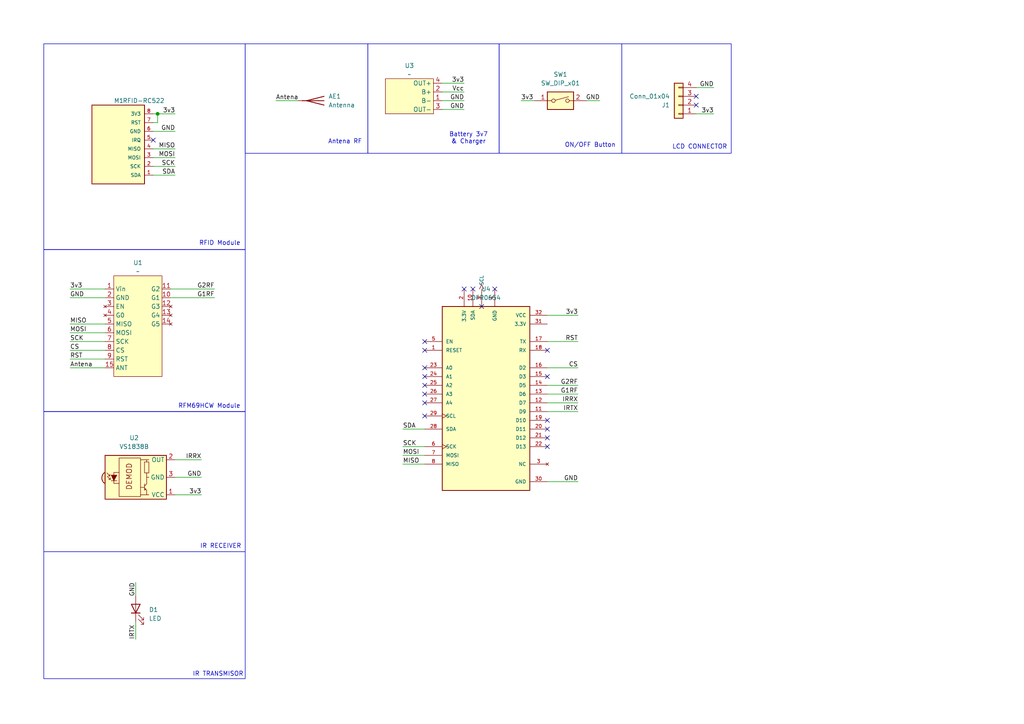
<source format=kicad_sch>
(kicad_sch (version 20231120) (generator "eeschema") (generator_version "8.0")
  (paper "A4")
  (title_block (title "TFG"))
  (lib_symbols
    (symbol "Connector_Generic:Conn_01x04" (pin_names (offset 1.016) hide)
      (property "Reference" "J" (at 0 5.08 0))
      (property "Value" "Conn_01x04" (at 0 -7.62 0))
      (symbol "Conn_01x04_1_1"
        (rectangle (start -1.27 -4.953) (end 0 -5.207) (stroke (width 0.1524)))
        (rectangle (start -1.27 -2.413) (end 0 -2.667) (stroke (width 0.1524)))
        (rectangle (start -1.27 0.127) (end 0 -0.127) (stroke (width 0.1524)))
        (rectangle (start -1.27 2.667) (end 0 2.413) (stroke (width 0.1524)))
        (rectangle (start -1.27 3.81) (end 1.27 -6.35) (stroke (width 0.254)) (fill (type background)))
        (pin passive line (at -5.08 2.54 0) (length 3.81) (name "Pin_1") (number "1"))
        (pin passive line (at -5.08 0 0) (length 3.81) (name "Pin_2") (number "2"))
        (pin passive line (at -5.08 -2.54 0) (length 3.81) (name "Pin_3") (number "3"))
        (pin passive line (at -5.08 -5.08 0) (length 3.81) (name "Pin_4") (number "4"))
      )
    )
    (symbol "Device:Antenna" (pin_numbers hide) (pin_names (offset 1.016) hide)
      (property "Reference" "AE" (at -1.905 1.905 0))
      (property "Value" "Antenna" (at -1.905 0 0))
      (symbol "Antenna_0_1"
        (polyline (pts (xy 0 2.54) (xy 0 -3.81)) (stroke (width 0.254)))
        (polyline (pts (xy 1.27 2.54) (xy 0 -2.54) (xy -1.27 2.54)) (stroke (width 0.254)))
      )
      (symbol "Antenna_1_1"
        (pin input line (at 0 -5.08 90) (length 2.54) (name "A") (number "1"))
      )
    )
    (symbol "Device:LED" (pin_numbers hide) (pin_names (offset 1.016) hide)
      (property "Reference" "D" (at 0 2.54 0))
      (property "Value" "LED" (at 0 -2.54 0))
      (symbol "LED_0_1"
        (polyline (pts (xy -1.27 -1.27) (xy -1.27 1.27)) (stroke (width 0.254)))
        (polyline (pts (xy -1.27 0) (xy 1.27 0)))
        (polyline (pts (xy 1.27 -1.27) (xy 1.27 1.27) (xy -1.27 0) (xy 1.27 -1.27)) (stroke (width 0.254)))
        (polyline (pts (xy -3.048 -0.762) (xy -4.572 -2.286) (xy -3.81 -2.286) (xy -4.572 -2.286) (xy -4.572 -1.524)))
        (polyline (pts (xy -1.778 -0.762) (xy -3.302 -2.286) (xy -2.54 -2.286) (xy -3.302 -2.286) (xy -3.302 -1.524)))
      )
      (symbol "LED_1_1"
        (pin passive line (at -3.81 0 0) (length 2.54) (name "K") (number "1"))
        (pin passive line (at 3.81 0 180) (length 2.54) (name "A") (number "2"))
      )
    )
    (symbol "Switch:SW_DIP_x01" (pin_names (offset 0) hide)
      (property "Reference" "SW" (at 0 3.81 0))
      (property "Value" "SW_DIP_x01" (at 0 -3.81 0))
      (symbol "SW_DIP_x01_0_0"
        (circle (center -2.032 0) (radius 0.508))
        (polyline (pts (xy -1.524 0.127) (xy 2.3622 1.1684)))
        (circle (center 2.032 0) (radius 0.508))
      )
      (symbol "SW_DIP_x01_0_1"
        (rectangle (start -3.81 2.54) (end 3.81 -2.54) (stroke (width 0.254)) (fill (type background)))
      )
      (symbol "SW_DIP_x01_1_1"
        (pin passive line (at -7.62 0 0) (length 5.08) (name "~") (number "1"))
        (pin passive line (at 7.62 0 180) (length 5.08) (name "~") (number "2"))
      )
    )
    (symbol "tfg+:Battery_charger"
      (property "Reference" "U" (at 11.43 -2.54 0))
      (symbol "Battery_charger_0_0"
        (pin power_in line (at 11.43 -5.08 180) (length 2.54) (name "B-") (number "1"))
        (pin power_in line (at 11.43 -2.54 180) (length 2.54) (name "B+") (number "2"))
        (pin power_out line (at 11.43 -7.62 180) (length 2.54) (name "OUT-") (number "3"))
        (pin power_out line (at 11.43 0 180) (length 2.54) (name "OUT+") (number "4"))
      )
      (symbol "Battery_charger_1_1"
        (rectangle (start -5.08 1.27) (end 8.89 -8.89) (fill (type background)))
      )
    )
    (symbol "tfg+:DFR0654" (pin_names (offset 1.016))
      (property "Reference" "U" (at -12.7 26.162 0))
      (property "Value" "DFR0654" (at -12.7 -30.48 0))
      (symbol "DFR0654_0_0"
        (rectangle (start -12.7 -27.94) (end 12.7 25.4) (stroke (width 0.254)) (fill (type background)))
        (pin input line (at -17.78 12.7 0) (length 5.08) (name "RESET") (number "1"))
        (pin bidirectional line (at -3.81 30.48 270) (length 5.08) (name "SDA") (number "10"))
        (pin bidirectional line (at 17.78 -5.08 180) (length 5.08) (name "D9") (number "11"))
        (pin bidirectional line (at 17.78 -2.54 180) (length 5.08) (name "D7") (number "12"))
        (pin bidirectional line (at 17.78 0 180) (length 5.08) (name "D6") (number "13"))
        (pin bidirectional line (at 17.78 2.54 180) (length 5.08) (name "D5") (number "14"))
        (pin bidirectional line (at 17.78 5.08 180) (length 5.08) (name "D3") (number "15"))
        (pin bidirectional line (at 17.78 7.62 180) (length 5.08) (name "D2") (number "16"))
        (pin output line (at 17.78 15.24 180) (length 5.08) (name "TX") (number "17"))
        (pin input line (at 17.78 12.7 180) (length 5.08) (name "RX") (number "18"))
        (pin bidirectional line (at 17.78 -7.62 180) (length 5.08) (name "D10") (number "19"))
        (pin power_in line (at -6.35 30.48 270) (length 5.08) (name "3.3V") (number "2"))
        (pin bidirectional line (at 17.78 -10.16 180) (length 5.08) (name "D11") (number "20"))
        (pin bidirectional line (at 17.78 -12.7 180) (length 5.08) (name "D12") (number "21"))
        (pin bidirectional line (at 17.78 -15.24 180) (length 5.08) (name "D13") (number "22"))
        (pin input line (at -17.78 7.62 0) (length 5.08) (name "A0") (number "23"))
        (pin input line (at -17.78 5.08 0) (length 5.08) (name "A1") (number "24"))
        (pin input line (at -17.78 2.54 0) (length 5.08) (name "A2") (number "25"))
        (pin input line (at -17.78 0 0) (length 5.08) (name "A3") (number "26"))
        (pin input line (at -17.78 -2.54 0) (length 5.08) (name "A4") (number "27"))
        (pin bidirectional line (at -17.78 -10.16 0) (length 5.08) (name "SDA") (number "28"))
        (pin input clock (at -17.78 -6.35 0) (length 5.08) (name "SCL") (number "29"))
        (pin no_connect line (at 17.78 -20.32 180) (length 5.08) (name "NC") (number "3"))
        (pin power_in line (at 17.78 -25.4 180) (length 5.08) (name "GND") (number "30"))
        (pin power_in line (at 17.78 20.32 180) (length 5.08) (name "3.3V") (number "31"))
        (pin power_in line (at 17.78 22.86 180) (length 5.08) (name "VCC") (number "32"))
        (pin power_in line (at 2.54 30.48 270) (length 5.08) (name "GND") (number "4"))
        (pin input line (at -17.78 15.24 0) (length 5.08) (name "EN") (number "5"))
        (pin input clock (at -17.78 -15.24 0) (length 5.08) (name "SCK") (number "6"))
        (pin input line (at -17.78 -17.78 0) (length 5.08) (name "MOSI") (number "7"))
        (pin output line (at -17.78 -20.32 0) (length 5.08) (name "MISO") (number "8"))
        (pin input clock (at -1.27 25.4 90) (length 5.08) (name "SCL") (number "9"))
      )
    )
    (symbol "tfg+:RFID-RC522" (pin_names (offset 1.016))
      (property "Reference" "M" (at -7.62 10.922 0))
      (symbol "RFID-RC522_0_0"
        (rectangle (start -7.62 -12.7) (end 7.62 10.16) (stroke (width 0.254)) (fill (type background)))
        (pin bidirectional line (at -10.16 7.62 0) (length 2.54) (name "SDA") (number "1"))
        (pin bidirectional line (at -10.16 5.08 0) (length 2.54) (name "SCK") (number "2"))
        (pin bidirectional line (at -10.16 2.54 0) (length 2.54) (name "MOSI") (number "3"))
        (pin bidirectional line (at -10.16 0 0) (length 2.54) (name "MISO") (number "4"))
        (pin bidirectional line (at -10.16 -2.54 0) (length 2.54) (name "IRQ") (number "5"))
        (pin bidirectional line (at -10.16 -5.08 0) (length 2.54) (name "GND") (number "6"))
        (pin bidirectional line (at -10.16 -7.62 0) (length 2.54) (name "RST") (number "7"))
        (pin bidirectional line (at -10.16 -10.16 0) (length 2.54) (name "3V3") (number "8"))
      )
    )
    (symbol "tfg+:VS1838B"
      (property "Reference" "U" (at -10.16 7.62 0))
      (property "Value" "VS1838B" (at -10.16 -7.62 0))
      (symbol "VS1838B_0_0"
        (arc (start -10.287 1.397) (mid -11.0899 -0.1852) (end -10.287 -1.778) (stroke (width 0.254)) (fill (type background)))
        (polyline (pts (xy 1.905 -5.08) (xy 0.127 -5.08)))
        (polyline (pts (xy 1.905 5.08) (xy 0.127 5.08)))
        (text "DEMOD" (at -3.175 0.254 900) (effects (font (size 1.524 1.524))))
      )
      (symbol "VS1838B_0_1"
        (rectangle (start -6.096 5.588) (end 0.127 -5.588))
        (polyline (pts (xy -8.763 0.381) (xy -9.652 1.27)))
        (polyline (pts (xy -8.763 0.381) (xy -9.271 0.381)))
        (polyline (pts (xy -8.763 0.381) (xy -8.763 0.889)))
        (polyline (pts (xy -8.636 -0.635) (xy -9.525 0.254)))
        (polyline (pts (xy -8.636 -0.635) (xy -9.144 -0.635)))
        (polyline (pts (xy -8.636 -0.635) (xy -8.636 -0.127)))
        (polyline (pts (xy -8.382 -1.016) (xy -6.731 -1.016)))
        (polyline (pts (xy 1.27 -2.921) (xy 0.127 -2.921)))
        (polyline (pts (xy 1.27 -1.905) (xy 1.27 -3.81)))
        (polyline (pts (xy 1.397 -3.556) (xy 1.524 -3.556)))
        (polyline (pts (xy 1.651 -3.556) (xy 1.524 -3.556)))
        (polyline (pts (xy 1.651 -3.556) (xy 1.651 -3.302)))
        (polyline (pts (xy 1.905 0) (xy 1.905 1.27)))
        (polyline (pts (xy 1.905 4.445) (xy 1.905 5.08) (xy 2.54 5.08)))
        (polyline (pts (xy -8.382 0.635) (xy -6.731 0.635) (xy -7.62 -1.016) (xy -8.382 0.635)) (fill (type outline)))
        (polyline (pts (xy -6.096 1.397) (xy -7.62 1.397) (xy -7.62 -1.778) (xy -6.096 -1.778)))
        (polyline (pts (xy 1.27 -3.175) (xy 1.905 -3.81) (xy 1.905 -5.08) (xy 2.54 -5.08)))
        (polyline (pts (xy 1.27 -2.54) (xy 1.905 -1.905) (xy 1.905 0) (xy 2.54 0)))
        (rectangle (start 2.54 1.27) (end 1.27 4.445))
        (rectangle (start 7.62 6.35) (end -10.16 -6.35) (stroke (width 0.254)) (fill (type background)))
      )
      (symbol "VS1838B_1_1"
        (pin power_in line (at 10.16 -5.08 180) (length 2.54) (name "VCC") (number "1"))
        (pin output line (at 10.16 5.08 180) (length 2.54) (name "OUT") (number "2"))
        (pin power_in line (at 10.16 0 180) (length 2.54) (name "GND") (number "3"))
      )
    )
    (symbol "tfg+:rfm69hcw"
      (property "Reference" "U1" (at 9.525 7.62 0))
      (property "Value" "~" (at 9.525 5.08 0))
      (symbol "rfm69hcw_0_0"
        (pin power_in line (at 0 0 0) (length 2.54) (name "Vin") (number "1"))
        (pin unspecified line (at 19.05 -2.54 180) (length 2.54) (name "G1") (number "10"))
        (pin unspecified line (at 19.05 0 180) (length 2.54) (name "G2") (number "11"))
        (pin no_connect line (at 19.05 -5.08 180) (length 2.54) (name "G3") (number "12"))
        (pin no_connect line (at 19.05 -7.62 180) (length 2.54) (name "G4") (number "13"))
        (pin no_connect line (at 19.05 -10.16 180) (length 2.54) (name "G5") (number "14"))
        (pin output line (at 0 -22.86 0) (length 2.54) (name "ANT") (number "15"))
        (pin output line (at 0 -2.54 0) (length 2.54) (name "GND") (number "2"))
        (pin no_connect line (at 0 -5.08 0) (length 2.54) (name "EN") (number "3"))
        (pin no_connect line (at 0 -7.62 0) (length 2.54) (name "G0") (number "4"))
        (pin bidirectional line (at 0 -10.16 0) (length 2.54) (name "MISO") (number "5"))
        (pin bidirectional line (at 0 -12.7 0) (length 2.54) (name "MOSI") (number "6"))
        (pin bidirectional line (at 0 -15.24 0) (length 2.54) (name "SCK") (number "7"))
        (pin input line (at 0 -17.78 0) (length 2.54) (name "CS") (number "8"))
        (pin input line (at 0 -20.32 0) (length 2.54) (name "RST") (number "9"))
      )
      (symbol "rfm69hcw_1_1"
        (rectangle (start 2.54 3.81) (end 16.51 -25.4) (fill (type background)))
      )
    )
  )
  (junction (at 45.72 33.02))
  (no_connect (at 158.75 127))
  (no_connect (at 137.16 83.82))
  (no_connect (at 123.19 114.3))
  (no_connect (at 143.51 83.82))
  (no_connect (at 123.19 109.22))
  (no_connect (at 44.45 40.64))
  (no_connect (at 158.75 124.46))
  (no_connect (at 123.19 99.06))
  (no_connect (at 158.75 129.54))
  (no_connect (at 123.19 101.6))
  (no_connect (at 158.75 109.22))
  (no_connect (at 139.7 88.9))
  (no_connect (at 123.19 120.65))
  (no_connect (at 201.93 30.48))
  (no_connect (at 123.19 116.84))
  (no_connect (at 201.93 27.94))
  (no_connect (at 123.19 106.68))
  (no_connect (at 123.19 111.76))
  (no_connect (at 158.75 121.92))
  (no_connect (at 158.75 101.6))
  (no_connect (at 134.62 83.82))
  (wire (pts (xy 167.64 119.38) (xy 158.75 119.38)))
  (wire (pts (xy 158.75 91.44) (xy 167.64 91.44)))
  (wire (pts (xy 158.75 99.06) (xy 167.64 99.06)))
  (wire (pts (xy 49.53 86.36) (xy 62.23 86.36)))
  (wire (pts (xy 50.8 133.35) (xy 58.42 133.35)))
  (wire (pts (xy 151.13 29.21) (xy 154.94 29.21)))
  (wire (pts (xy 44.45 43.18) (xy 50.8 43.18)))
  (wire (pts (xy 207.01 33.02) (xy 201.93 33.02)))
  (wire (pts (xy 49.53 83.82) (xy 62.23 83.82)))
  (wire (pts (xy 20.32 86.36) (xy 30.48 86.36)))
  (wire (pts (xy 44.45 35.56) (xy 45.72 35.56)))
  (wire (pts (xy 20.32 104.14) (xy 30.48 104.14)))
  (wire (pts (xy 207.01 25.4) (xy 201.93 25.4)))
  (wire (pts (xy 128.27 26.67) (xy 134.62 26.67)))
  (wire (pts (xy 39.37 185.42) (xy 39.37 180.34)))
  (wire (pts (xy 116.84 129.54) (xy 123.19 129.54)))
  (wire (pts (xy 167.64 116.84) (xy 158.75 116.84)))
  (wire (pts (xy 20.32 99.06) (xy 30.48 99.06)))
  (wire (pts (xy 44.45 45.72) (xy 50.8 45.72)))
  (wire (pts (xy 45.72 35.56) (xy 45.72 33.02)))
  (wire (pts (xy 128.27 31.75) (xy 134.62 31.75)))
  (wire (pts (xy 20.32 93.98) (xy 30.48 93.98)))
  (wire (pts (xy 128.27 24.13) (xy 134.62 24.13)))
  (wire (pts (xy 50.8 38.1) (xy 44.45 38.1)))
  (wire (pts (xy 20.32 106.68) (xy 30.48 106.68)))
  (wire (pts (xy 173.99 29.21) (xy 170.18 29.21)))
  (wire (pts (xy 58.42 138.43) (xy 50.8 138.43)))
  (wire (pts (xy 20.32 101.6) (xy 30.48 101.6)))
  (wire (pts (xy 167.64 106.68) (xy 158.75 106.68)))
  (wire (pts (xy 116.84 132.08) (xy 123.19 132.08)))
  (wire (pts (xy 116.84 124.46) (xy 123.19 124.46)))
  (wire (pts (xy 167.64 139.7) (xy 158.75 139.7)))
  (wire (pts (xy 128.27 29.21) (xy 134.62 29.21)))
  (wire (pts (xy 50.8 33.02) (xy 45.72 33.02)))
  (wire (pts (xy 20.32 83.82) (xy 30.48 83.82)))
  (wire (pts (xy 80.01 29.21) (xy 86.36 29.21)))
  (wire (pts (xy 39.37 168.91) (xy 39.37 172.72)))
  (wire (pts (xy 44.45 50.8) (xy 50.8 50.8)))
  (wire (pts (xy 158.75 114.3) (xy 167.64 114.3)))
  (wire (pts (xy 58.42 143.51) (xy 50.8 143.51)))
  (wire (pts (xy 116.84 134.62) (xy 123.19 134.62)))
  (wire (pts (xy 158.75 111.76) (xy 167.64 111.76)))
  (wire (pts (xy 45.72 33.02) (xy 44.45 33.02)))
  (wire (pts (xy 44.45 48.26) (xy 50.8 48.26)))
  (wire (pts (xy 20.32 96.52) (xy 30.48 96.52)))
  (rectangle (start 106.68 12.7) (end 144.78 44.45))
  (rectangle (start 180.34 12.7) (end 212.09 44.45))
  (rectangle (start 12.7 72.39) (end 71.12 119.38))
  (rectangle (start 144.78 12.7) (end 180.34 44.45))
  (rectangle (start 12.7 160.02) (end 71.12 196.85))
  (rectangle (start 71.12 12.7) (end 106.68 44.45))
  (rectangle (start 12.7 12.7) (end 71.12 72.39))
  (rectangle (start 180.34 12.7) (end 180.34 12.7))
  (rectangle (start 12.7 119.38) (end 71.12 160.02))
  (text "IR RECEIVER\n\n" (at 64.008 159.512 0) (effects (font (size 1.27 1.27))))
  (text "RFM69HCW Module\n" (at 60.706 117.856 0) (effects (font (size 1.27 1.27))))
  (text "IR TRANSMISOR" (at 63.246 195.58 0) (effects (font (size 1.27 1.27))))
  (text "RFID Module" (at 63.754 70.612 0) (effects (font (size 1.27 1.27))))
  (text "LCD CONNECTOR\n" (at 202.946 42.672 0) (effects (font (size 1.27 1.27))))
  (text "Antena RF\n\n" (at 100.076 42.164 0) (effects (font (size 1.27 1.27))))
  (text "ON/OFF Button" (at 171.196 42.164 0) (effects (font (size 1.27 1.27))))
  (text "Battery 3v7\n& Charger\n\n\n" (at 135.89 42.164 0) (effects (font (size 1.27 1.27))))
  (label "MOSI" (at 116.84 132.08 0))
  (label "MOSI" (at 50.8 45.72 180))
  (label "3v3" (at 207.01 33.02 180))
  (label "SDA" (at 116.84 124.46 0))
  (label "GND" (at 50.8 38.1 180))
  (label "SDA" (at 50.8 50.8 180))
  (label "CS" (at 20.32 101.6 0))
  (label "G1RF" (at 167.64 114.3 180))
  (label "MISO" (at 50.8 43.18 180))
  (label "SCK" (at 20.32 99.06 0))
  (label "Antena" (at 80.01 29.21 0))
  (label "3v3" (at 167.64 91.44 180))
  (label "3v3" (at 134.62 24.13 180))
  (label "GND" (at 134.62 29.21 180))
  (label "G1RF" (at 62.23 86.36 180))
  (label "SCK" (at 50.8 48.26 180))
  (label "MISO" (at 116.84 134.62 0))
  (label "3v3" (at 20.32 83.82 0))
  (label "GND" (at 173.99 29.21 180))
  (label "GND" (at 134.62 31.75 180))
  (label "GND" (at 58.42 138.43 180))
  (label "IRRX" (at 167.64 116.84 180))
  (label "MISO" (at 20.32 93.98 0))
  (label "3v3" (at 151.13 29.21 0))
  (label "Antena" (at 20.32 106.68 0))
  (label "3v3" (at 50.8 33.02 180))
  (label "GND" (at 39.37 168.91 270))
  (label "RST" (at 20.32 104.14 0))
  (label "IRTX" (at 39.37 185.42 90))
  (label "G2RF" (at 62.23 83.82 180))
  (label "GND" (at 20.32 86.36 0))
  (label "CS" (at 167.64 106.68 180))
  (label "3v3" (at 58.42 143.51 180))
  (label "MOSI" (at 20.32 96.52 0))
  (label "GND" (at 207.01 25.4 180))
  (label "G2RF" (at 167.64 111.76 180))
  (label "IRRX" (at 58.42 133.35 180))
  (label "IRTX" (at 167.64 119.38 180))
  (label "RST" (at 167.64 99.06 180))
  (label "SCK" (at 116.84 129.54 0))
  (label "Vcc" (at 134.62 26.67 180))
  (label "GND" (at 167.64 139.7 180))
  (symbol (lib_id "Device:LED") (at 39.37 176.53 90) (unit 1)
    (property "Reference" "D1" (at 43.18 176.8474 90) (effects (justify right)))
    (property "Value" "LED" (at 43.18 179.3874 90) (effects (justify right)))
    (property "Footprint" "LED_THT:LED_D3.0mm_Horizontal_O1.27mm_Z2.0mm_IRBlack" (effects (hide yes)))
    (property "Description" "Light emitting diode" (effects (hide yes)))
  )
  (symbol (lib_id "tfg+:VS1838B") (at 40.64 138.43 0) (unit 1)
    (property "Reference" "U2" (at 38.905 127 0))
    (property "Value" "VS1838B" (at 38.905 129.54 0))
    (property "Footprint" "OptoDevice:Vishay_CAST-3Pin" (effects (hide yes)))
    (property "Datasheet" "http://www.micropik.com/PDF/tsop17xx.pdf" (effects (hide yes)))
    (property "Description" "Photo Modules for PCM Remote Control Systems" (effects (hide yes)))
  )
  (symbol (lib_id "Connector_Generic:Conn_01x04") (at 196.85 30.48 180) (unit 1)
    (property "Reference" "J1" (at 194.31 30.4801 0) (effects (justify left)))
    (property "Value" "Conn_01x04" (at 194.31 27.9401 0) (effects (justify left)))
    (property "Footprint" "Connector_JST:JST_EH_B4B-EH-A_1x04_P2.50mm_Vertical" (effects (hide yes)))
    (property "Description" "Generic connector, single row, 01x04, script generated (kicad-library-utils/schlib/autogen/connector/)" (effects (hide yes)))
  )
  (symbol (lib_id "Switch:SW_DIP_x01") (at 162.56 29.21 0) (unit 1)
    (property "Reference" "SW1" (at 162.56 21.59 0))
    (property "Value" "SW_DIP_x01" (at 162.56 24.13 0))
    (property "Footprint" "Connector_PinSocket_2.54mm:PinSocket_1x02_P2.54mm_Vertical" (effects (hide yes)))
    (property "Description" "1x DIP Switch, Single Pole Single Throw (SPST) switch, small symbol" (effects (hide yes)))
  )
  (symbol (lib_id "tfg+:DFR0654") (at 140.97 114.3 0) (unit 1)
    (property "Reference" "U4" (at 140.97 83.82 0))
    (property "Value" "DFR0654" (at 140.97 86.36 0))
    (property "Footprint" "TFG:MODULE_DFR0654" (effects (hide yes)))
    (property "MF" "DFRobot" (effects (hide yes)))
    (property "Description_1" "\n                        \n                            ESP32-E ESP32 Transceiver; 802.11 b/g/n/d/e/i/k/r (Wi-Fi, WiFi, WLAN), Bluetooth® Smart 4.x Low Energy (BLE) 2.4GHz ~ 2.5GHz Evaluation Board\n                        \n" (effects (hide yes)))
    (property "Package" "None" (effects (hide yes)))
    (property "Price" "None" (effects (hide yes)))
    (property "Check_prices" "https://www.snapeda.com/parts/DFR0654/DFRobot/view-part/?ref=eda" (effects (hide yes)))
    (property "STANDARD" "Manufacturer Recommendations" (effects (hide yes)))
    (property "SnapEDA_Link" "https://www.snapeda.com/parts/DFR0654/DFRobot/view-part/?ref=snap" (effects (hide yes)))
    (property "MP" "DFR0654" (effects (hide yes)))
    (property "Availability" "In Stock" (effects (hide yes)))
    (property "MANUFACTURER" "DFRobot" (effects (hide yes)))
  )
  (symbol (lib_id "tfg+:Battery_charger") (at 116.84 24.13 0) (unit 1)
    (property "Reference" "U3" (at 118.745 19.05 0))
    (property "Value" "~" (at 118.745 21.59 0))
    (property "Footprint" "TFG:Battery charger" (effects (hide yes)))
  )
  (symbol (lib_id "tfg+:rfm69hcw") (at 30.48 83.82 0) (unit 1)
    (property "Reference" "U1" (at 40.005 76.2 0))
    (property "Value" "~" (at 40.005 78.74 0))
    (property "Footprint" "TFG:RF69HCW" (effects (hide yes)))
  )
  (symbol (lib_id "tfg+:RFID-RC522") (at 34.29 43.18 180) (unit 1)
    (property "Reference" "M1" (at 33.0199 29.21 0) (effects (justify right)))
    (property "Value" "RFID-RC522" (at 35.5599 29.21 0) (effects (justify right)))
    (property "Footprint" "TFG:RFID-RC522" (effects (hide yes)))
    (property "MF" "Handson Technology" (effects (hide yes)))
    (property "Description_1" "\n                        \n                            Development kit in an integrated reader/writer IC MFRC522 for contactless communication at 13.56 MHz.\n                        \n" (effects (hide yes)))
    (property "MPN" "RFID-RC522" (effects (hide yes)))
    (property "Price" "None" (effects (hide yes)))
    (property "Package" "Package" (effects (hide yes)))
    (property "Check_prices" "https://www.snapeda.com/parts/RFID-RC522/Handson+Technology/view-part/?ref=eda" (effects (hide yes)))
    (property "SnapEDA_Link" "https://www.snapeda.com/parts/RFID-RC522/Handson+Technology/view-part/?ref=snap" (effects (hide yes)))
    (property "MP" "RFID-RC522" (effects (hide yes)))
    (property "Availability" "Not in stock" (effects (hide yes)))
    (property "DESC" "MFRC522 RFID Module" (effects (hide yes)))
  )
  (symbol (lib_id "Device:Antenna") (at 91.44 29.21 270) (unit 1)
    (property "Reference" "AE1" (at 95.25 27.9399 90) (effects (justify left)))
    (property "Value" "Antenna" (at 95.25 30.4799 90) (effects (justify left)))
    (property "Footprint" "Connector_PinHeader_2.54mm:PinHeader_1x01_P2.54mm_Vertical" (effects (hide yes)))
    (property "Description" "Antenna" (effects (hide yes)))
  )
)
</source>
